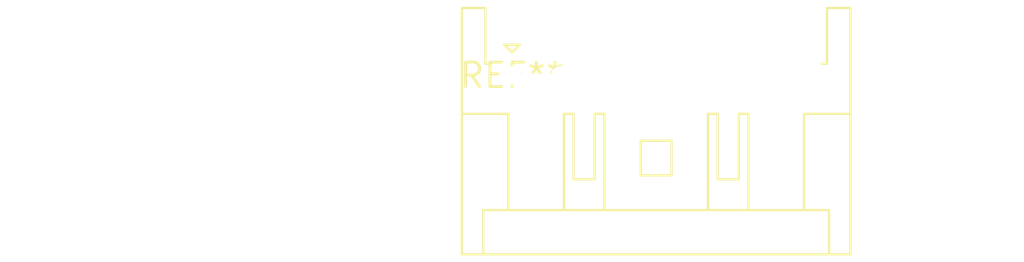
<source format=kicad_pcb>
(kicad_pcb (version 20240108) (generator pcbnew)
  (layers (0 "F.Cu" signal) (31 "B.Cu" signal) (34 "B.Paste" user) (35 "F.Paste" user) (36 "B.SilkS" user "B.Silkscreen") (37 "F.SilkS" user "F.Silkscreen") (38 "B.Mask" user) (39 "F.Mask" user) (44 "Edge.Cuts" user))
  (net 0 "")
  (footprint "JST_XA_S07B-XASK-1N-BN_1x07_P2.50mm_Horizontal" (layer "F.Cu") (at 0 0)
    (property "Reference" "REF**")
    (property "Value" "JST_XA_S07B-XASK-1N-BN_1x07_P2.50mm_Horizontal")
    (fp_line (start -2.61 -3.51) (end -2.61 9.31) (layer "F.SilkS") (stroke (width 0.12)))
    (fp_line (start -2.61 9.31) (end 17.61 9.31) (layer "F.SilkS") (stroke (width 0.12)))
    (fp_line (start -1.5 7.01) (end 16.5 7.01) (layer "F.SilkS") (stroke (width 0.12)))
    (fp_line (start -1.5 9.31) (end -1.5 7.01) (layer "F.SilkS") (stroke (width 0.12)))
    (fp_line (start -1.39 -3.51) (end -2.61 -3.51) (layer "F.SilkS") (stroke (width 0.12)))
    (fp_line (start -1.39 -0.61) (end -1.39 -3.51) (layer "F.SilkS") (stroke (width 0.12)))
    (fp_line (start -1.11 -0.61) (end -1.39 -0.61) (layer "F.SilkS") (stroke (width 0.12)))
    (fp_line (start -0.4 -1.6) (end 0.4 -1.6) (layer "F.SilkS") (stroke (width 0.12)))
    (fp_line (start -0.2 2) (end -2.61 2) (layer "F.SilkS") (stroke (width 0.12)))
    (fp_line (start -0.2 7.01) (end -0.2 2) (layer "F.SilkS") (stroke (width 0.12)))
    (fp_line (start 0 -1.2) (end -0.4 -1.6) (layer "F.SilkS") (stroke (width 0.12)))
    (fp_line (start 0.4 -1.6) (end 0 -1.2) (layer "F.SilkS") (stroke (width 0.12)))
    (fp_line (start 2.7 2) (end 2.7 7.01) (layer "F.SilkS") (stroke (width 0.12)))
    (fp_line (start 3.2 2) (end 2.7 2) (layer "F.SilkS") (stroke (width 0.12)))
    (fp_line (start 3.2 5.41) (end 3.2 2) (layer "F.SilkS") (stroke (width 0.12)))
    (fp_line (start 4.3 2) (end 4.3 5.41) (layer "F.SilkS") (stroke (width 0.12)))
    (fp_line (start 4.3 5.41) (end 3.2 5.41) (layer "F.SilkS") (stroke (width 0.12)))
    (fp_line (start 4.8 2) (end 4.3 2) (layer "F.SilkS") (stroke (width 0.12)))
    (fp_line (start 4.8 7.01) (end 4.8 2) (layer "F.SilkS") (stroke (width 0.12)))
    (fp_line (start 6.7 3.4) (end 8.3 3.4) (layer "F.SilkS") (stroke (width 0.12)))
    (fp_line (start 6.7 5.2) (end 6.7 3.4) (layer "F.SilkS") (stroke (width 0.12)))
    (fp_line (start 8.3 3.4) (end 8.3 5.2) (layer "F.SilkS") (stroke (width 0.12)))
    (fp_line (start 8.3 5.2) (end 6.7 5.2) (layer "F.SilkS") (stroke (width 0.12)))
    (fp_line (start 10.2 2) (end 10.7 2) (layer "F.SilkS") (stroke (width 0.12)))
    (fp_line (start 10.2 7.01) (end 10.2 2) (layer "F.SilkS") (stroke (width 0.12)))
    (fp_line (start 10.7 2) (end 10.7 5.41) (layer "F.SilkS") (stroke (width 0.12)))
    (fp_line (start 10.7 5.41) (end 11.8 5.41) (layer "F.SilkS") (stroke (width 0.12)))
    (fp_line (start 11.8 2) (end 12.3 2) (layer "F.SilkS") (stroke (width 0.12)))
    (fp_line (start 11.8 5.41) (end 11.8 2) (layer "F.SilkS") (stroke (width 0.12)))
    (fp_line (start 12.3 2) (end 12.3 7.01) (layer "F.SilkS") (stroke (width 0.12)))
    (fp_line (start 15.2 2) (end 17.61 2) (layer "F.SilkS") (stroke (width 0.12)))
    (fp_line (start 15.2 7.01) (end 15.2 2) (layer "F.SilkS") (stroke (width 0.12)))
    (fp_line (start 16.39 -3.51) (end 16.39 -0.61) (layer "F.SilkS") (stroke (width 0.12)))
    (fp_line (start 16.39 -0.61) (end 16.11 -0.61) (layer "F.SilkS") (stroke (width 0.12)))
    (fp_line (start 16.5 7.01) (end 16.5 9.31) (layer "F.SilkS") (stroke (width 0.12)))
    (fp_line (start 17.61 -3.51) (end 16.39 -3.51) (layer "F.SilkS") (stroke (width 0.12)))
    (fp_line (start 17.61 9.31) (end 17.61 -3.51) (layer "F.SilkS") (stroke (width 0.12)))
    (pad "1" thru_hole roundrect (at 0 0) (size 1.7 1.95) (drill 0.95) (layers *.Cu *.Mask) (remove_unused_layers) (roundrect_rratio 0.147059))
    (pad "2" thru_hole oval (at 2.5 0) (size 1.7 1.95) (drill 0.95) (layers *.Cu *.Mask) (remove_unused_layers))
    (pad "3" thru_hole oval (at 5 0) (size 1.7 1.95) (drill 0.95) (layers *.Cu *.Mask) (remove_unused_layers))
    (pad "4" thru_hole oval (at 7.5 0) (size 1.7 1.95) (drill 0.95) (layers *.Cu *.Mask) (remove_unused_layers))
    (pad "5" thru_hole oval (at 10 0) (size 1.7 1.95) (drill 0.95) (layers *.Cu *.Mask) (remove_unused_layers))
    (pad "6" thru_hole oval (at 12.5 0) (size 1.7 1.95) (drill 0.95) (layers *.Cu *.Mask) (remove_unused_layers))
    (pad "7" thru_hole oval (at 15 0) (size 1.7 1.95) (drill 0.95) (layers *.Cu *.Mask) (remove_unused_layers))
  )
)
</source>
